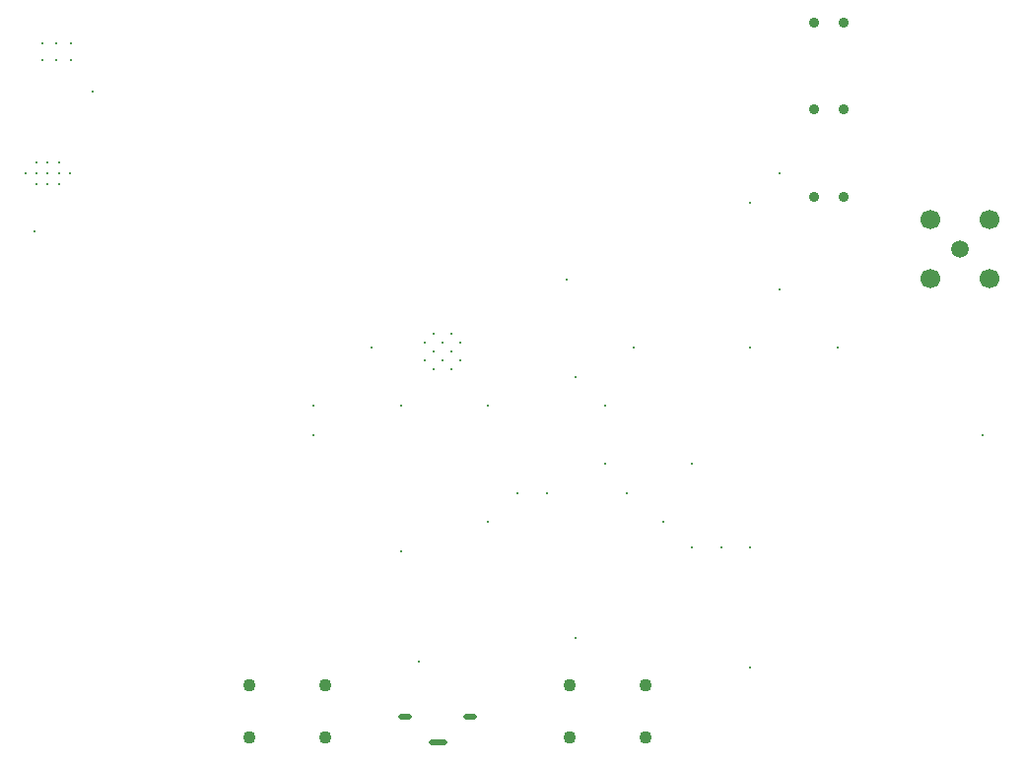
<source format=gbr>
%TF.GenerationSoftware,KiCad,Pcbnew,9.0.0*%
%TF.CreationDate,2025-07-02T16:13:17+05:30*%
%TF.ProjectId,ESP32 GPS + GSM Tracker,45535033-3220-4475-9053-202b2047534d,rev?*%
%TF.SameCoordinates,Original*%
%TF.FileFunction,Plated,1,4,PTH,Mixed*%
%TF.FilePolarity,Positive*%
%FSLAX46Y46*%
G04 Gerber Fmt 4.6, Leading zero omitted, Abs format (unit mm)*
G04 Created by KiCad (PCBNEW 9.0.0) date 2025-07-02 16:13:17*
%MOMM*%
%LPD*%
G01*
G04 APERTURE LIST*
%TA.AperFunction,ComponentDrill*%
%ADD10C,0.200000*%
%TD*%
%TA.AperFunction,ViaDrill*%
%ADD11C,0.300000*%
%TD*%
G04 aperture for slot hole*
%TA.AperFunction,ComponentDrill*%
%ADD12C,0.500000*%
%TD*%
%TA.AperFunction,ComponentDrill*%
%ADD13C,0.900000*%
%TD*%
%TA.AperFunction,ComponentDrill*%
%ADD14C,1.100000*%
%TD*%
%TA.AperFunction,ComponentDrill*%
%ADD15C,1.500000*%
%TD*%
%TA.AperFunction,ComponentDrill*%
%ADD16C,1.700000*%
%TD*%
G04 APERTURE END LIST*
D10*
%TO.C,U7*%
X80245000Y-80000000D03*
X81195000Y-79050000D03*
X81195000Y-80000000D03*
X81195000Y-80950000D03*
%TO.C,U4*%
X81705000Y-68825000D03*
X81705000Y-70225000D03*
%TO.C,U7*%
X82145000Y-79050000D03*
X82145000Y-80000000D03*
X82145000Y-80950000D03*
%TO.C,U4*%
X82905000Y-68825000D03*
X82905000Y-70225000D03*
%TO.C,U7*%
X83095000Y-79050000D03*
X83095000Y-80000000D03*
X83095000Y-80950000D03*
X84045000Y-80000000D03*
%TO.C,U4*%
X84105000Y-68825000D03*
X84105000Y-70225000D03*
%TO.C,U1*%
X114545000Y-94577500D03*
X114545000Y-96102500D03*
X115307500Y-93815000D03*
X115307500Y-95340000D03*
X115307500Y-96865000D03*
X116070000Y-94577500D03*
X116070000Y-96102500D03*
X116832500Y-93815000D03*
X116832500Y-95340000D03*
X116832500Y-96865000D03*
X117595000Y-94577500D03*
X117595000Y-96102500D03*
%TD*%
D11*
X81000000Y-85000000D03*
X86000000Y-73000000D03*
X105000000Y-100000000D03*
X105000000Y-102500000D03*
X110000000Y-95000000D03*
X112500000Y-100000000D03*
X112500000Y-112500000D03*
X114000000Y-122000000D03*
X120000000Y-100000000D03*
X120000000Y-110000000D03*
X122500000Y-107500000D03*
X125049000Y-107500000D03*
X126750000Y-89148529D03*
X127500000Y-97500000D03*
X127500000Y-120000000D03*
X130000000Y-100000000D03*
X130000000Y-105000000D03*
X131900000Y-107500000D03*
X132500000Y-95000000D03*
X135000000Y-110000000D03*
X137500000Y-105000000D03*
X137500000Y-112176000D03*
X140000000Y-112176000D03*
X142500000Y-82500000D03*
X142500000Y-95000000D03*
X142500000Y-112176000D03*
X142500000Y-122500000D03*
X145000000Y-80000000D03*
X145000000Y-90000000D03*
X150000000Y-95000000D03*
X162500000Y-102500000D03*
D12*
%TO.C,J1*%
X113200000Y-126750000D02*
X112500000Y-126750000D01*
X116200000Y-128900000D02*
X115100000Y-128900000D01*
X118800000Y-126750000D02*
X118100000Y-126750000D01*
D13*
%TO.C,D3*%
X148000000Y-67060000D03*
%TO.C,D2*%
X148000000Y-74530000D03*
%TO.C,D1*%
X148000000Y-82000000D03*
%TO.C,D3*%
X150540000Y-67060000D03*
%TO.C,D2*%
X150540000Y-74530000D03*
%TO.C,D1*%
X150540000Y-82000000D03*
D14*
%TO.C,SW3*%
X99500000Y-124050000D03*
X99500000Y-128550000D03*
X106000000Y-124050000D03*
X106000000Y-128550000D03*
%TO.C,SW2*%
X127000000Y-124000000D03*
X127000000Y-128500000D03*
X133500000Y-124000000D03*
X133500000Y-128500000D03*
D15*
%TO.C,J2*%
X160540000Y-86540000D03*
D16*
X158000000Y-84000000D03*
X158000000Y-89080000D03*
X163080000Y-84000000D03*
X163080000Y-89080000D03*
M02*

</source>
